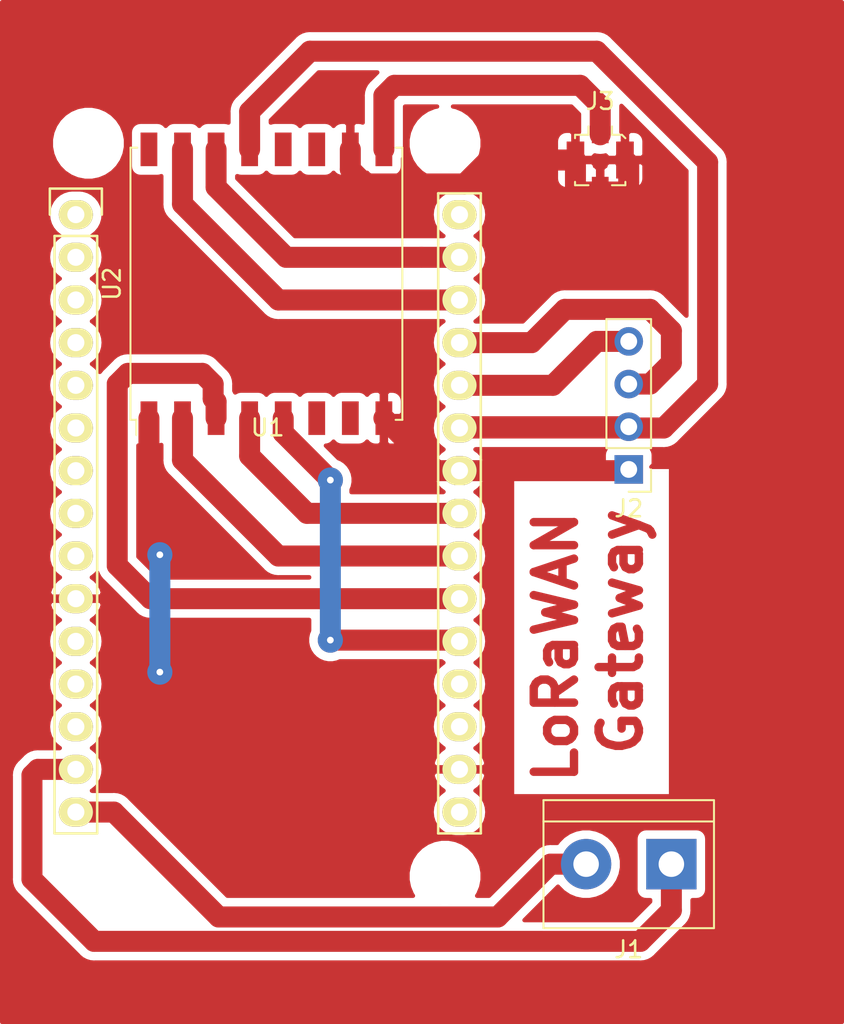
<source format=kicad_pcb>
(kicad_pcb (version 20171130) (host pcbnew "(5.1.2)-1")

  (general
    (thickness 1.6)
    (drawings 7)
    (tracks 85)
    (zones 0)
    (modules 5)
    (nets 33)
  )

  (page A4)
  (layers
    (0 F.Cu signal)
    (31 B.Cu signal)
    (32 B.Adhes user)
    (33 F.Adhes user)
    (34 B.Paste user)
    (35 F.Paste user)
    (36 B.SilkS user)
    (37 F.SilkS user hide)
    (38 B.Mask user)
    (39 F.Mask user)
    (40 Dwgs.User user)
    (41 Cmts.User user)
    (42 Eco1.User user)
    (43 Eco2.User user)
    (44 Edge.Cuts user)
    (45 Margin user)
    (46 B.CrtYd user)
    (47 F.CrtYd user)
    (48 B.Fab user)
    (49 F.Fab user hide)
  )

  (setup
    (last_trace_width 1.25)
    (user_trace_width 1.25)
    (trace_clearance 0.2)
    (zone_clearance 0.508)
    (zone_45_only no)
    (trace_min 0.2)
    (via_size 0.8)
    (via_drill 0.4)
    (via_min_size 0.4)
    (via_min_drill 0.3)
    (user_via 1.5 0.4)
    (uvia_size 0.3)
    (uvia_drill 0.1)
    (uvias_allowed no)
    (uvia_min_size 0.2)
    (uvia_min_drill 0.1)
    (edge_width 0.05)
    (segment_width 0.2)
    (pcb_text_width 0.3)
    (pcb_text_size 1.5 1.5)
    (mod_edge_width 0.12)
    (mod_text_size 1 1)
    (mod_text_width 0.15)
    (pad_size 1.524 1.524)
    (pad_drill 0.762)
    (pad_to_mask_clearance 0.051)
    (solder_mask_min_width 0.25)
    (aux_axis_origin 0 0)
    (visible_elements 7FFFFFFF)
    (pcbplotparams
      (layerselection 0x010fc_ffffffff)
      (usegerberextensions false)
      (usegerberattributes false)
      (usegerberadvancedattributes false)
      (creategerberjobfile false)
      (excludeedgelayer true)
      (linewidth 0.100000)
      (plotframeref false)
      (viasonmask false)
      (mode 1)
      (useauxorigin false)
      (hpglpennumber 1)
      (hpglpenspeed 20)
      (hpglpendiameter 15.000000)
      (psnegative false)
      (psa4output false)
      (plotreference true)
      (plotvalue true)
      (plotinvisibletext false)
      (padsonsilk false)
      (subtractmaskfromsilk false)
      (outputformat 1)
      (mirror false)
      (drillshape 1)
      (scaleselection 1)
      (outputdirectory ""))
  )

  (net 0 "")
  (net 1 /GNDin)
  (net 2 /Vin)
  (net 3 /GND)
  (net 4 /3v3)
  (net 5 /SCL)
  (net 6 /SDA)
  (net 7 /ANT)
  (net 8 "Net-(U1-Pad1)")
  (net 9 "Net-(U1-Pad2)")
  (net 10 "Net-(U1-Pad3)")
  (net 11 "Net-(U1-Pad4)")
  (net 12 "Net-(U1-Pad5)")
  (net 13 "Net-(U1-Pad6)")
  (net 14 "Net-(U1-Pad7)")
  (net 15 "Net-(U1-Pad8)")
  (net 16 "Net-(U1-Pad9)")
  (net 17 "Net-(U1-Pad12)")
  (net 18 "Net-(U1-Pad13)")
  (net 19 "Net-(U1-Pad30)")
  (net 20 "Net-(U1-Pad18)")
  (net 21 "Net-(U1-Pad19)")
  (net 22 /MISO)
  (net 23 /SCK)
  (net 24 /MOSI)
  (net 25 /NSS)
  (net 26 /DIO1)
  (net 27 /DIO0)
  (net 28 "Net-(U2-Pad6)")
  (net 29 "Net-(U2-Pad7)")
  (net 30 "Net-(U2-Pad11)")
  (net 31 "Net-(U2-Pad12)")
  (net 32 "Net-(U2-Pad16)")

  (net_class Default "Esta es la clase de red por defecto."
    (clearance 0.2)
    (trace_width 0.25)
    (via_dia 0.8)
    (via_drill 0.4)
    (uvia_dia 0.3)
    (uvia_drill 0.1)
    (add_net /3v3)
    (add_net /ANT)
    (add_net /DIO0)
    (add_net /DIO1)
    (add_net /GND)
    (add_net /GNDin)
    (add_net /MISO)
    (add_net /MOSI)
    (add_net /NSS)
    (add_net /SCK)
    (add_net /SCL)
    (add_net /SDA)
    (add_net /Vin)
    (add_net "Net-(U1-Pad1)")
    (add_net "Net-(U1-Pad12)")
    (add_net "Net-(U1-Pad13)")
    (add_net "Net-(U1-Pad18)")
    (add_net "Net-(U1-Pad19)")
    (add_net "Net-(U1-Pad2)")
    (add_net "Net-(U1-Pad3)")
    (add_net "Net-(U1-Pad30)")
    (add_net "Net-(U1-Pad4)")
    (add_net "Net-(U1-Pad5)")
    (add_net "Net-(U1-Pad6)")
    (add_net "Net-(U1-Pad7)")
    (add_net "Net-(U1-Pad8)")
    (add_net "Net-(U1-Pad9)")
    (add_net "Net-(U2-Pad11)")
    (add_net "Net-(U2-Pad12)")
    (add_net "Net-(U2-Pad16)")
    (add_net "Net-(U2-Pad6)")
    (add_net "Net-(U2-Pad7)")
  )

  (module TerminalBlock:TerminalBlock_bornier-2_P5.08mm (layer F.Cu) (tedit 59FF03AB) (tstamp 5D5D7302)
    (at 141.605 107.315 180)
    (descr "simple 2-pin terminal block, pitch 5.08mm, revamped version of bornier2")
    (tags "terminal block bornier2")
    (path /5D5D8A0D)
    (fp_text reference J1 (at 2.54 -5.08) (layer F.SilkS)
      (effects (font (size 1 1) (thickness 0.15)))
    )
    (fp_text value "5V in" (at 2.54 5.08) (layer F.CrtYd)
      (effects (font (size 1 1) (thickness 0.2)))
    )
    (fp_text user %R (at 2.54 0) (layer F.Fab)
      (effects (font (size 1 1) (thickness 0.15)))
    )
    (fp_line (start -2.41 2.55) (end 7.49 2.55) (layer F.Fab) (width 0.1))
    (fp_line (start -2.46 -3.75) (end -2.46 3.75) (layer F.Fab) (width 0.1))
    (fp_line (start -2.46 3.75) (end 7.54 3.75) (layer F.Fab) (width 0.1))
    (fp_line (start 7.54 3.75) (end 7.54 -3.75) (layer F.Fab) (width 0.1))
    (fp_line (start 7.54 -3.75) (end -2.46 -3.75) (layer F.Fab) (width 0.1))
    (fp_line (start 7.62 2.54) (end -2.54 2.54) (layer F.SilkS) (width 0.12))
    (fp_line (start 7.62 3.81) (end 7.62 -3.81) (layer F.SilkS) (width 0.12))
    (fp_line (start 7.62 -3.81) (end -2.54 -3.81) (layer F.SilkS) (width 0.12))
    (fp_line (start -2.54 -3.81) (end -2.54 3.81) (layer F.SilkS) (width 0.12))
    (fp_line (start -2.54 3.81) (end 7.62 3.81) (layer F.SilkS) (width 0.12))
    (fp_line (start -2.71 -4) (end 7.79 -4) (layer F.CrtYd) (width 0.05))
    (fp_line (start -2.71 -4) (end -2.71 4) (layer F.CrtYd) (width 0.05))
    (fp_line (start 7.79 4) (end 7.79 -4) (layer F.CrtYd) (width 0.05))
    (fp_line (start 7.79 4) (end -2.71 4) (layer F.CrtYd) (width 0.05))
    (pad 1 thru_hole rect (at 0 0 180) (size 3 3) (drill 1.52) (layers *.Cu *.Mask)
      (net 1 /GNDin))
    (pad 2 thru_hole circle (at 5.08 0 180) (size 3 3) (drill 1.52) (layers *.Cu *.Mask)
      (net 2 /Vin))
    (model ${KISYS3DMOD}/TerminalBlock.3dshapes/TerminalBlock_bornier-2_P5.08mm.wrl
      (offset (xyz 2.539999961853027 0 0))
      (scale (xyz 1 1 1))
      (rotate (xyz 0 0 0))
    )
  )

  (module Connector_PinHeader_2.54mm:PinHeader_1x04_P2.54mm_Vertical (layer F.Cu) (tedit 59FED5CC) (tstamp 5D5D7A4C)
    (at 139.065 83.82 180)
    (descr "Through hole straight pin header, 1x04, 2.54mm pitch, single row")
    (tags "Through hole pin header THT 1x04 2.54mm single row")
    (path /5D5DA14F)
    (fp_text reference J2 (at 0 -2.33) (layer F.SilkS)
      (effects (font (size 1 1) (thickness 0.15)))
    )
    (fp_text value "Display Oled I2C" (at -3.81 3.81 90) (layer F.CrtYd)
      (effects (font (size 1 1) (thickness 0.15)))
    )
    (fp_line (start -0.635 -1.27) (end 1.27 -1.27) (layer F.Fab) (width 0.1))
    (fp_line (start 1.27 -1.27) (end 1.27 8.89) (layer F.Fab) (width 0.1))
    (fp_line (start 1.27 8.89) (end -1.27 8.89) (layer F.Fab) (width 0.1))
    (fp_line (start -1.27 8.89) (end -1.27 -0.635) (layer F.Fab) (width 0.1))
    (fp_line (start -1.27 -0.635) (end -0.635 -1.27) (layer F.Fab) (width 0.1))
    (fp_line (start -1.33 8.95) (end 1.33 8.95) (layer F.SilkS) (width 0.12))
    (fp_line (start -1.33 1.27) (end -1.33 8.95) (layer F.SilkS) (width 0.12))
    (fp_line (start 1.33 1.27) (end 1.33 8.95) (layer F.SilkS) (width 0.12))
    (fp_line (start -1.33 1.27) (end 1.33 1.27) (layer F.SilkS) (width 0.12))
    (fp_line (start -1.33 0) (end -1.33 -1.33) (layer F.SilkS) (width 0.12))
    (fp_line (start -1.33 -1.33) (end 0 -1.33) (layer F.SilkS) (width 0.12))
    (fp_line (start -1.8 -1.8) (end -1.8 9.4) (layer F.CrtYd) (width 0.05))
    (fp_line (start -1.8 9.4) (end 1.8 9.4) (layer F.CrtYd) (width 0.05))
    (fp_line (start 1.8 9.4) (end 1.8 -1.8) (layer F.CrtYd) (width 0.05))
    (fp_line (start 1.8 -1.8) (end -1.8 -1.8) (layer F.CrtYd) (width 0.05))
    (fp_text user %R (at 0 3.81 90) (layer F.Fab)
      (effects (font (size 1 1) (thickness 0.15)))
    )
    (pad 1 thru_hole rect (at 0 0 180) (size 1.7 1.7) (drill 1) (layers *.Cu *.Mask)
      (net 3 /GND))
    (pad 2 thru_hole oval (at 0 2.54 180) (size 1.7 1.7) (drill 1) (layers *.Cu *.Mask)
      (net 4 /3v3))
    (pad 3 thru_hole oval (at 0 5.08 180) (size 1.7 1.7) (drill 1) (layers *.Cu *.Mask)
      (net 5 /SCL))
    (pad 4 thru_hole oval (at 0 7.62 180) (size 1.7 1.7) (drill 1) (layers *.Cu *.Mask)
      (net 6 /SDA))
    (model ${KISYS3DMOD}/Connector_PinHeader_2.54mm.3dshapes/PinHeader_1x04_P2.54mm_Vertical.wrl
      (at (xyz 0 0 0))
      (scale (xyz 1 1 1))
      (rotate (xyz 0 0 0))
    )
  )

  (module Connector_Coaxial2:U.FL_Molex_MCRF_73412-0110_Vertical (layer F.Cu) (tedit 5A1B5B59) (tstamp 5D5D79AC)
    (at 137.365 65.405 180)
    (descr "Molex Microcoaxial RF Connectors (MCRF), mates Hirose U.FL, (http://www.molex.com/pdm_docs/sd/734120110_sd.pdf)")
    (tags "mcrf hirose ufl u.fl microcoaxial")
    (path /5D5D76D7)
    (attr smd)
    (fp_text reference J3 (at 0 3.5) (layer F.SilkS)
      (effects (font (size 1 1) (thickness 0.15)))
    )
    (fp_text value Antena (at 0 -3.302) (layer F.CrtYd)
      (effects (font (size 1 1) (thickness 0.15)))
    )
    (fp_line (start 0 1) (end 0.3 1.3) (layer F.Fab) (width 0.1))
    (fp_line (start -0.3 1.3) (end 0 1) (layer F.Fab) (width 0.1))
    (fp_line (start 0.7 1.5) (end 0.7 2) (layer F.SilkS) (width 0.12))
    (fp_line (start -0.7 1.5) (end -0.7 2) (layer F.SilkS) (width 0.12))
    (fp_text user %R (at 0 3.5) (layer F.Fab)
      (effects (font (size 1 1) (thickness 0.15)))
    )
    (fp_circle (center 0 0) (end 0 0.05) (layer F.Fab) (width 0.1))
    (fp_circle (center 0 0) (end 0 0.125) (layer F.Fab) (width 0.1))
    (fp_line (start -0.7 1.5) (end -1.3 1.5) (layer F.SilkS) (width 0.12))
    (fp_line (start -1.3 1.5) (end -1.5 1.3) (layer F.SilkS) (width 0.12))
    (fp_line (start 1.5 1.3) (end 1.5 1.5) (layer F.SilkS) (width 0.12))
    (fp_line (start 1.5 1.5) (end 0.7 1.5) (layer F.SilkS) (width 0.12))
    (fp_line (start 0.7 -1.5) (end 1.5 -1.5) (layer F.SilkS) (width 0.12))
    (fp_line (start 1.5 -1.5) (end 1.5 -1.3) (layer F.SilkS) (width 0.12))
    (fp_line (start -1.5 -1.3) (end -1.5 -1.5) (layer F.SilkS) (width 0.12))
    (fp_line (start -1.5 -1.5) (end -0.7 -1.5) (layer F.SilkS) (width 0.12))
    (fp_circle (center 0 0) (end 0.9 0) (layer F.Fab) (width 0.1))
    (fp_line (start -1.3 -1.3) (end 1.3 -1.3) (layer F.Fab) (width 0.1))
    (fp_line (start -1.3 -1.3) (end -1.3 1) (layer F.Fab) (width 0.1))
    (fp_line (start -1.3 1) (end -1 1.3) (layer F.Fab) (width 0.1))
    (fp_line (start 1.3 -1.3) (end 1.3 1.3) (layer F.Fab) (width 0.1))
    (fp_line (start -2.5 -2.5) (end -2.5 2.5) (layer F.CrtYd) (width 0.05))
    (fp_line (start -2.5 2.5) (end 2.5 2.5) (layer F.CrtYd) (width 0.05))
    (fp_line (start 2.5 2.5) (end 2.5 -2.5) (layer F.CrtYd) (width 0.05))
    (fp_line (start 2.5 -2.5) (end -2.5 -2.5) (layer F.CrtYd) (width 0.05))
    (fp_line (start -1 1.3) (end 1.3 1.3) (layer F.Fab) (width 0.1))
    (fp_circle (center 0 0) (end 0 0.2) (layer F.Fab) (width 0.1))
    (pad 2 smd rect (at -1.475 0 180) (size 1.05 2.2) (layers F.Cu F.Paste F.Mask)
      (net 3 /GND))
    (pad 2 smd rect (at 1.475 0 180) (size 1.05 2.2) (layers F.Cu F.Paste F.Mask)
      (net 3 /GND))
    (pad 2 smd rect (at 0 -1.5 180) (size 1 1) (layers F.Cu F.Paste F.Mask)
      (net 3 /GND))
    (pad 1 smd rect (at 0 1.5 180) (size 1 1) (layers F.Cu F.Paste F.Mask)
      (net 7 /ANT))
    (model ${KISYS3DMOD}/Connector_Coaxial.3dshapes/U.FL_Molex_MCRF_73412-0110_Vertical.wrl
      (at (xyz 0 0 0))
      (scale (xyz 1 1 1))
      (rotate (xyz 0 0 0))
    )
  )

  (module nodemcu:NodeMCU_Amica_R2 (layer F.Cu) (tedit 5A22F9CB) (tstamp 5D5D7374)
    (at 106.120001 68.655001)
    (descr "Through-hole-mounted NodeMCU 0.9")
    (tags nodemcu)
    (path /5D5D650E)
    (fp_text reference U1 (at 11.43 12.68) (layer F.SilkS)
      (effects (font (size 1 1) (thickness 0.15)))
    )
    (fp_text value "NodeMCU Amica R2" (at 11.43 45.085) (layer F.CrtYd)
      (effects (font (size 1.5 1.5) (thickness 0.2)))
    )
    (fp_line (start 15.24 37.465) (end 15.24 42.545) (layer F.CrtYd) (width 0.15))
    (fp_line (start 7.62 37.465) (end 15.24 37.465) (layer F.CrtYd) (width 0.15))
    (fp_line (start 7.62 42.545) (end 7.62 37.465) (layer F.CrtYd) (width 0.15))
    (fp_line (start -1.905 42.545) (end -1.905 -6.35) (layer F.CrtYd) (width 0.15))
    (fp_line (start 24.765 42.545) (end -1.905 42.545) (layer F.CrtYd) (width 0.15))
    (fp_line (start 24.765 -6.35) (end 24.765 42.545) (layer F.CrtYd) (width 0.15))
    (fp_line (start -1.905 -6.35) (end 24.765 -6.35) (layer F.CrtYd) (width 0.15))
    (fp_line (start -1.27 1.27) (end -1.27 36.83) (layer F.SilkS) (width 0.15))
    (fp_line (start -1.27 36.83) (end 1.27 36.83) (layer F.SilkS) (width 0.15))
    (fp_line (start 1.27 36.83) (end 1.27 1.27) (layer F.SilkS) (width 0.15))
    (fp_line (start 1.55 -1.55) (end 1.55 0) (layer F.SilkS) (width 0.15))
    (fp_line (start 1.27 1.27) (end -1.27 1.27) (layer F.SilkS) (width 0.15))
    (fp_line (start -1.55 0) (end -1.55 -1.55) (layer F.SilkS) (width 0.15))
    (fp_line (start -1.55 -1.55) (end 1.55 -1.55) (layer F.SilkS) (width 0.15))
    (fp_line (start 21.59 36.83) (end 24.13 36.83) (layer F.SilkS) (width 0.15))
    (fp_line (start 21.59 -1.27) (end 21.59 36.83) (layer F.SilkS) (width 0.15))
    (fp_line (start 24.13 -1.27) (end 21.59 -1.27) (layer F.SilkS) (width 0.15))
    (fp_line (start 24.13 36.83) (end 24.13 -1.27) (layer F.SilkS) (width 0.15))
    (pad 1 thru_hole oval (at 0 0) (size 2.032 1.7272) (drill 1.016) (layers *.Cu *.Mask F.SilkS)
      (net 8 "Net-(U1-Pad1)"))
    (pad 2 thru_hole oval (at 0 2.54) (size 2.032 1.7272) (drill 1.016) (layers *.Cu *.Mask F.SilkS)
      (net 9 "Net-(U1-Pad2)"))
    (pad 3 thru_hole oval (at 0 5.08) (size 2.032 1.7272) (drill 1.016) (layers *.Cu *.Mask F.SilkS)
      (net 10 "Net-(U1-Pad3)"))
    (pad 4 thru_hole oval (at 0 7.62) (size 2.032 1.7272) (drill 1.016) (layers *.Cu *.Mask F.SilkS)
      (net 11 "Net-(U1-Pad4)"))
    (pad 5 thru_hole oval (at 0 10.16) (size 2.032 1.7272) (drill 1.016) (layers *.Cu *.Mask F.SilkS)
      (net 12 "Net-(U1-Pad5)"))
    (pad 6 thru_hole oval (at 0 12.7) (size 2.032 1.7272) (drill 1.016) (layers *.Cu *.Mask F.SilkS)
      (net 13 "Net-(U1-Pad6)"))
    (pad 7 thru_hole oval (at 0 15.24) (size 2.032 1.7272) (drill 1.016) (layers *.Cu *.Mask F.SilkS)
      (net 14 "Net-(U1-Pad7)"))
    (pad 8 thru_hole oval (at 0 17.78) (size 2.032 1.7272) (drill 1.016) (layers *.Cu *.Mask F.SilkS)
      (net 15 "Net-(U1-Pad8)"))
    (pad 9 thru_hole oval (at 0 20.32) (size 2.032 1.7272) (drill 1.016) (layers *.Cu *.Mask F.SilkS)
      (net 16 "Net-(U1-Pad9)"))
    (pad 10 thru_hole oval (at 0 22.86) (size 2.032 1.7272) (drill 1.016) (layers *.Cu *.Mask F.SilkS)
      (net 3 /GND))
    (pad 11 thru_hole oval (at 0 25.4) (size 2.032 1.7272) (drill 1.016) (layers *.Cu *.Mask F.SilkS)
      (net 4 /3v3))
    (pad 12 thru_hole oval (at 0 27.94) (size 2.032 1.7272) (drill 1.016) (layers *.Cu *.Mask F.SilkS)
      (net 17 "Net-(U1-Pad12)"))
    (pad 13 thru_hole oval (at 0 30.48) (size 2.032 1.7272) (drill 1.016) (layers *.Cu *.Mask F.SilkS)
      (net 18 "Net-(U1-Pad13)"))
    (pad 14 thru_hole oval (at 0 33.02) (size 2.032 1.7272) (drill 1.016) (layers *.Cu *.Mask F.SilkS)
      (net 1 /GNDin))
    (pad 15 thru_hole oval (at 0 35.56) (size 2.032 1.7272) (drill 1.016) (layers *.Cu *.Mask F.SilkS)
      (net 2 /Vin))
    (pad 30 thru_hole oval (at 22.86 0) (size 2.032 1.7272) (drill 1.016) (layers *.Cu *.Mask F.SilkS)
      (net 19 "Net-(U1-Pad30)"))
    (pad 18 thru_hole oval (at 22.86 30.48) (size 2.032 1.7272) (drill 1.016) (layers *.Cu *.Mask F.SilkS)
      (net 20 "Net-(U1-Pad18)"))
    (pad 17 thru_hole oval (at 22.86 33.02) (size 2.032 1.7272) (drill 1.016) (layers *.Cu *.Mask F.SilkS)
      (net 3 /GND))
    (pad 19 thru_hole oval (at 22.86 27.94) (size 2.032 1.7272) (drill 1.016) (layers *.Cu *.Mask F.SilkS)
      (net 21 "Net-(U1-Pad19)"))
    (pad 25 thru_hole oval (at 22.86 12.7) (size 2.032 1.7272) (drill 1.016) (layers *.Cu *.Mask F.SilkS)
      (net 4 /3v3))
    (pad 26 thru_hole oval (at 22.86 10.16) (size 2.032 1.7272) (drill 1.016) (layers *.Cu *.Mask F.SilkS)
      (net 6 /SDA))
    (pad 24 thru_hole oval (at 22.86 15.24) (size 2.032 1.7272) (drill 1.016) (layers *.Cu *.Mask F.SilkS)
      (net 3 /GND))
    (pad 16 thru_hole oval (at 22.86 35.56) (size 2.032 1.7272) (drill 1.016) (layers *.Cu *.Mask F.SilkS)
      (net 4 /3v3))
    (pad 22 thru_hole oval (at 22.86 20.32) (size 2.032 1.7272) (drill 1.016) (layers *.Cu *.Mask F.SilkS)
      (net 22 /MISO))
    (pad 23 thru_hole oval (at 22.86 17.78) (size 2.032 1.7272) (drill 1.016) (layers *.Cu *.Mask F.SilkS)
      (net 23 /SCK))
    (pad 21 thru_hole oval (at 22.86 22.86) (size 2.032 1.7272) (drill 1.016) (layers *.Cu *.Mask F.SilkS)
      (net 24 /MOSI))
    (pad 20 thru_hole oval (at 22.86 25.4) (size 2.032 1.7272) (drill 1.016) (layers *.Cu *.Mask F.SilkS)
      (net 25 /NSS))
    (pad 28 thru_hole oval (at 22.86 5.08) (size 2.032 1.7272) (drill 1.016) (layers *.Cu *.Mask F.SilkS)
      (net 26 /DIO1))
    (pad 27 thru_hole oval (at 22.86 7.62) (size 2.032 1.7272) (drill 1.016) (layers *.Cu *.Mask F.SilkS)
      (net 5 /SCL))
    (pad 29 thru_hole oval (at 22.86 2.54) (size 2.032 1.7272) (drill 1.016) (layers *.Cu *.Mask F.SilkS)
      (net 27 /DIO0))
    (pad "" np_thru_hole circle (at 0.8 39.38) (size 3.2 3.2) (drill 3.2) (layers *.Cu *.Mask))
    (pad "" np_thru_hole circle (at 22 39.38) (size 3.2 3.2) (drill 3.2) (layers *.Cu *.Mask))
    (pad "" np_thru_hole circle (at 22 -4.25) (size 3.2 3.2) (drill 3.2) (layers *.Cu *.Mask))
    (pad "" np_thru_hole circle (at 0.75 -4.25) (size 3.2 3.2) (drill 3.2) (layers *.Cu *.Mask))
  )

  (module RF_Module:HOPERF_RFM9XW_SMD (layer F.Cu) (tedit 5C227243) (tstamp 5D5D769B)
    (at 117.475 72.77 90)
    (descr "Low Power Long Range Transceiver Module SMD-16 (https://www.hoperf.com/data/upload/portal/20181127/5bfcbea20e9ef.pdf)")
    (tags "LoRa Low Power Long Range Transceiver Module")
    (path /5D5D68EA)
    (attr smd)
    (fp_text reference U2 (at 0 -9.2 90) (layer F.SilkS)
      (effects (font (size 1 1) (thickness 0.15)))
    )
    (fp_text value RFM95W (at -0.382 0.381) (layer F.CrtYd)
      (effects (font (size 1 1) (thickness 0.15)))
    )
    (fp_line (start -7 -8) (end 8 -8) (layer F.Fab) (width 0.1))
    (fp_line (start 8 8) (end 8 -8) (layer F.Fab) (width 0.1))
    (fp_line (start -8 8) (end 8 8) (layer F.Fab) (width 0.1))
    (fp_line (start -8 8) (end -8 -7) (layer F.Fab) (width 0.1))
    (fp_text user %R (at 0 0 90) (layer F.Fab)
      (effects (font (size 1 1) (thickness 0.15)))
    )
    (fp_line (start -9.25 -8.25) (end 9.25 -8.25) (layer F.CrtYd) (width 0.05))
    (fp_line (start 9.25 -8.25) (end 9.25 8.25) (layer F.CrtYd) (width 0.05))
    (fp_line (start -9.25 8.25) (end 9.25 8.25) (layer F.CrtYd) (width 0.05))
    (fp_line (start -9.25 8.25) (end -9.25 -8.25) (layer F.CrtYd) (width 0.05))
    (fp_line (start -8.1 -8.1) (end 8.1 -8.1) (layer F.SilkS) (width 0.12))
    (fp_line (start 8.1 -8.1) (end 8.1 -7.7) (layer F.SilkS) (width 0.12))
    (fp_line (start -8.1 7.7) (end -8.1 8.1) (layer F.SilkS) (width 0.12))
    (fp_line (start -8.1 8.1) (end 8.1 8.1) (layer F.SilkS) (width 0.12))
    (fp_line (start 8.1 8.1) (end 8.1 7.7) (layer F.SilkS) (width 0.12))
    (fp_line (start -8.1 -8.1) (end -8.1 -7.75) (layer F.SilkS) (width 0.12))
    (fp_line (start -8.1 -7.75) (end -9 -7.75) (layer F.SilkS) (width 0.12))
    (fp_line (start -7 -8) (end -8 -7) (layer F.Fab) (width 0.1))
    (pad 1 smd rect (at -8 -7 90) (size 2 1) (layers F.Cu F.Paste F.Mask)
      (net 3 /GND))
    (pad 2 smd rect (at -8 -5 90) (size 2 1) (layers F.Cu F.Paste F.Mask)
      (net 22 /MISO))
    (pad 3 smd rect (at -8 -3 90) (size 2 1) (layers F.Cu F.Paste F.Mask)
      (net 24 /MOSI))
    (pad 4 smd rect (at -8 -1 90) (size 2 1) (layers F.Cu F.Paste F.Mask)
      (net 23 /SCK))
    (pad 5 smd rect (at -8 1 90) (size 2 1) (layers F.Cu F.Paste F.Mask)
      (net 25 /NSS))
    (pad 6 smd rect (at -8 3 90) (size 2 1) (layers F.Cu F.Paste F.Mask)
      (net 28 "Net-(U2-Pad6)"))
    (pad 7 smd rect (at -8 5 90) (size 2 1) (layers F.Cu F.Paste F.Mask)
      (net 29 "Net-(U2-Pad7)"))
    (pad 8 smd rect (at -8 7 90) (size 2 1) (layers F.Cu F.Paste F.Mask)
      (net 3 /GND))
    (pad 9 smd rect (at 8 7 90) (size 2 1) (layers F.Cu F.Paste F.Mask)
      (net 7 /ANT))
    (pad 10 smd rect (at 8 5 90) (size 2 1) (layers F.Cu F.Paste F.Mask)
      (net 3 /GND))
    (pad 11 smd rect (at 8 3 90) (size 2 1) (layers F.Cu F.Paste F.Mask)
      (net 30 "Net-(U2-Pad11)"))
    (pad 12 smd rect (at 8 1 90) (size 2 1) (layers F.Cu F.Paste F.Mask)
      (net 31 "Net-(U2-Pad12)"))
    (pad 13 smd rect (at 8 -1 90) (size 2 1) (layers F.Cu F.Paste F.Mask)
      (net 4 /3v3))
    (pad 14 smd rect (at 8 -3 90) (size 2 1) (layers F.Cu F.Paste F.Mask)
      (net 27 /DIO0))
    (pad 15 smd rect (at 8 -5 90) (size 2 1) (layers F.Cu F.Paste F.Mask)
      (net 26 /DIO1))
    (pad 16 smd rect (at 8 -7 90) (size 2 1) (layers F.Cu F.Paste F.Mask)
      (net 32 "Net-(U2-Pad16)"))
    (model ${KISYS3DMOD}/RF_Module.3dshapes/HOPERF_RFM9XW_SMD.wrl
      (at (xyz 0 0 0))
      (scale (xyz 1 1 1))
      (rotate (xyz 0 0 0))
    )
  )

  (gr_text "LoRaWAN \nGateway" (at 136.652 93.472 90) (layer F.Cu)
    (effects (font (size 2.4 2.4) (thickness 0.5)))
  )
  (gr_text Vin (at 136.652 112.268) (layer F.CrtYd) (tstamp 5D5EAA64)
    (effects (font (size 1 1) (thickness 0.15)))
  )
  (gr_text GND (at 141.732 112.268) (layer F.CrtYd) (tstamp 5D5EAA1E)
    (effects (font (size 1 1) (thickness 0.15)))
  )
  (gr_text SDA (at 136.144 76.2 90) (layer F.CrtYd) (tstamp 5D5EA6E0)
    (effects (font (size 0.6 0.6) (thickness 0.15)))
  )
  (gr_text SCL (at 136.144 78.74 90) (layer F.CrtYd) (tstamp 5D5EA6FF)
    (effects (font (size 0.6 0.6) (thickness 0.15)))
  )
  (gr_text VCC (at 136.144 81.28 90) (layer F.CrtYd) (tstamp 5D5EA6DC)
    (effects (font (size 0.6 0.6) (thickness 0.15)))
  )
  (gr_text GND (at 136.144 83.82 90) (layer F.CrtYd) (tstamp 5D5EA6F6)
    (effects (font (size 0.6 0.6) (thickness 0.15)))
  )

  (segment (start 103.854001 101.675001) (end 106.120001 101.675001) (width 1.25) (layer F.Cu) (net 1))
  (segment (start 141.605 107.315) (end 141.605 110.065) (width 1.25) (layer F.Cu) (net 1))
  (segment (start 141.605 110.065) (end 139.759988 111.910012) (width 1.25) (layer F.Cu) (net 1))
  (segment (start 139.759988 111.910012) (end 107.20601 111.910012) (width 1.25) (layer F.Cu) (net 1))
  (segment (start 107.20601 111.910012) (end 103.505 108.209002) (width 1.25) (layer F.Cu) (net 1))
  (segment (start 103.505 108.209002) (end 103.505 102.024002) (width 1.25) (layer F.Cu) (net 1))
  (segment (start 103.505 102.024002) (end 103.854001 101.675001) (width 1.25) (layer F.Cu) (net 1))
  (segment (start 108.386001 104.215001) (end 106.120001 104.215001) (width 1.25) (layer F.Cu) (net 2))
  (segment (start 114.631002 110.460002) (end 108.386001 104.215001) (width 1.25) (layer F.Cu) (net 2))
  (segment (start 131.258678 110.460002) (end 114.631002 110.460002) (width 1.25) (layer F.Cu) (net 2))
  (segment (start 134.40368 107.315) (end 131.258678 110.460002) (width 1.25) (layer F.Cu) (net 2))
  (segment (start 136.525 107.315) (end 134.40368 107.315) (width 1.25) (layer F.Cu) (net 2))
  (segment (start 127.600001 83.895001) (end 124.475 80.77) (width 1.25) (layer F.Cu) (net 3))
  (segment (start 128.980001 83.895001) (end 127.600001 83.895001) (width 1.25) (layer F.Cu) (net 3))
  (segment (start 129.055002 83.82) (end 128.980001 83.895001) (width 1.25) (layer F.Cu) (net 3))
  (segment (start 110.475 80.77) (end 110.475 87.615) (width 1.25) (layer F.Cu) (net 3))
  (via (at 111.125 88.9) (size 1.5) (drill 0.4) (layers F.Cu B.Cu) (net 3))
  (segment (start 110.475 87.615) (end 110.475 88.25) (width 1.25) (layer F.Cu) (net 3))
  (segment (start 110.475 88.25) (end 111.125 88.9) (width 1.25) (layer F.Cu) (net 3))
  (via (at 111.125 95.885) (size 1.5) (drill 0.4) (layers F.Cu B.Cu) (net 3))
  (segment (start 138.989999 83.895001) (end 139.065 83.82) (width 1.25) (layer F.Cu) (net 3))
  (segment (start 128.980001 83.895001) (end 138.989999 83.895001) (width 1.25) (layer F.Cu) (net 3))
  (segment (start 122.475 65.96) (end 122.475 64.77) (width 1.25) (layer F.Cu) (net 3))
  (segment (start 123.345002 66.830002) (end 122.475 65.96) (width 1.25) (layer F.Cu) (net 3))
  (segment (start 129.284002 66.830002) (end 123.345002 66.830002) (width 1.25) (layer F.Cu) (net 3))
  (segment (start 135.89 65.405) (end 130.709004 65.405) (width 1.25) (layer F.Cu) (net 3))
  (segment (start 130.709004 65.405) (end 129.284002 66.830002) (width 1.25) (layer F.Cu) (net 3))
  (segment (start 135.89 65.405) (end 135.89 67.31) (width 1.25) (layer F.Cu) (net 3))
  (segment (start 135.89 67.31) (end 139.065 67.31) (width 1.25) (layer F.Cu) (net 3))
  (segment (start 139.065 65.63) (end 138.84 65.405) (width 1.25) (layer F.Cu) (net 3))
  (segment (start 139.065 67.31) (end 139.065 65.63) (width 1.25) (layer F.Cu) (net 3))
  (segment (start 111.125 88.9) (end 111.125 95.885) (width 1.25) (layer B.Cu) (net 3))
  (segment (start 129.055002 81.28) (end 128.980001 81.355001) (width 1.25) (layer F.Cu) (net 4))
  (segment (start 139.065 81.28) (end 129.055002 81.28) (width 1.25) (layer F.Cu) (net 4))
  (segment (start 116.475 62.52) (end 116.475 64.77) (width 1.25) (layer F.Cu) (net 4))
  (segment (start 128.980001 81.355001) (end 141.148999 81.355001) (width 1.25) (layer F.Cu) (net 4))
  (segment (start 141.148999 81.355001) (end 143.764 78.74) (width 1.25) (layer F.Cu) (net 4))
  (segment (start 143.764 78.74) (end 143.764 65.532) (width 1.25) (layer F.Cu) (net 4))
  (segment (start 143.764 65.532) (end 137.16 58.928) (width 1.25) (layer F.Cu) (net 4))
  (segment (start 137.16 58.928) (end 120.067 58.928) (width 1.25) (layer F.Cu) (net 4))
  (segment (start 120.067 58.928) (end 116.475 62.52) (width 1.25) (layer F.Cu) (net 4))
  (segment (start 139.065 78.74) (end 140.335 78.74) (width 1.25) (layer F.Cu) (net 5))
  (segment (start 140.335 78.74) (end 141.605 77.47) (width 1.25) (layer F.Cu) (net 5))
  (segment (start 141.605 77.47) (end 141.605 75.565) (width 1.25) (layer F.Cu) (net 5))
  (segment (start 141.605 75.565) (end 140.335 74.295) (width 1.25) (layer F.Cu) (net 5))
  (segment (start 140.335 74.295) (end 135.255 74.295) (width 1.25) (layer F.Cu) (net 5))
  (segment (start 133.274999 76.275001) (end 128.980001 76.275001) (width 1.25) (layer F.Cu) (net 5))
  (segment (start 135.255 74.295) (end 133.274999 76.275001) (width 1.25) (layer F.Cu) (net 5))
  (segment (start 139.065 76.2) (end 137.16 76.2) (width 1.25) (layer F.Cu) (net 6))
  (segment (start 134.544999 78.815001) (end 128.980001 78.815001) (width 1.25) (layer F.Cu) (net 6))
  (segment (start 137.16 76.2) (end 134.544999 78.815001) (width 1.25) (layer F.Cu) (net 6))
  (segment (start 137.365 62.155) (end 136.17 60.96) (width 1.25) (layer F.Cu) (net 7))
  (segment (start 137.365 63.905) (end 137.365 62.155) (width 1.25) (layer F.Cu) (net 7))
  (segment (start 136.17 60.96) (end 125.095 60.96) (width 1.25) (layer F.Cu) (net 7))
  (segment (start 124.475 61.58) (end 124.475 64.77) (width 1.25) (layer F.Cu) (net 7))
  (segment (start 125.095 60.96) (end 124.475 61.58) (width 1.25) (layer F.Cu) (net 7))
  (segment (start 128.980001 88.975001) (end 118.185001 88.975001) (width 1.25) (layer F.Cu) (net 22))
  (segment (start 112.475 83.265) (end 112.475 80.77) (width 1.25) (layer F.Cu) (net 22))
  (segment (start 118.185001 88.975001) (end 112.475 83.265) (width 1.25) (layer F.Cu) (net 22))
  (segment (start 116.475 83.02) (end 116.475 80.77) (width 1.25) (layer F.Cu) (net 23))
  (segment (start 119.890001 86.435001) (end 116.475 83.02) (width 1.25) (layer F.Cu) (net 23))
  (segment (start 128.980001 86.435001) (end 119.890001 86.435001) (width 1.25) (layer F.Cu) (net 23))
  (segment (start 110.565001 91.515001) (end 128.980001 91.515001) (width 1.25) (layer F.Cu) (net 24))
  (segment (start 108.585 89.535) (end 110.565001 91.515001) (width 1.25) (layer F.Cu) (net 24))
  (segment (start 108.585 78.74) (end 108.585 89.535) (width 1.25) (layer F.Cu) (net 24))
  (segment (start 114.3 79.609998) (end 114.3 78.74) (width 1.25) (layer F.Cu) (net 24))
  (segment (start 114.3 78.74) (end 113.665 78.105) (width 1.25) (layer F.Cu) (net 24))
  (segment (start 114.475 80.77) (end 114.475 79.784998) (width 1.25) (layer F.Cu) (net 24))
  (segment (start 113.665 78.105) (end 109.22 78.105) (width 1.25) (layer F.Cu) (net 24))
  (segment (start 114.475 79.784998) (end 114.3 79.609998) (width 1.25) (layer F.Cu) (net 24))
  (segment (start 109.22 78.105) (end 108.585 78.74) (width 1.25) (layer F.Cu) (net 24))
  (via (at 121.285 84.455) (size 1.5) (drill 0.4) (layers F.Cu B.Cu) (net 25))
  (segment (start 118.475 80.77) (end 118.475 81.645) (width 1.25) (layer F.Cu) (net 25))
  (segment (start 118.475 81.645) (end 121.285 84.455) (width 1.25) (layer F.Cu) (net 25))
  (via (at 121.285 93.98) (size 1.5) (drill 0.4) (layers F.Cu B.Cu) (net 25))
  (segment (start 128.905 93.98) (end 128.980001 94.055001) (width 1.25) (layer F.Cu) (net 25))
  (segment (start 121.285 93.98) (end 128.905 93.98) (width 1.25) (layer F.Cu) (net 25))
  (segment (start 121.285 84.455) (end 121.285 93.98) (width 1.25) (layer B.Cu) (net 25))
  (segment (start 128.980001 73.735001) (end 118.185001 73.735001) (width 1.25) (layer F.Cu) (net 26))
  (segment (start 112.475 68.025) (end 112.475 64.77) (width 1.25) (layer F.Cu) (net 26))
  (segment (start 118.185001 73.735001) (end 112.475 68.025) (width 1.25) (layer F.Cu) (net 26))
  (segment (start 126.714001 71.195001) (end 128.980001 71.195001) (width 1.25) (layer F.Cu) (net 27))
  (segment (start 118.650001 71.195001) (end 126.714001 71.195001) (width 1.25) (layer F.Cu) (net 27))
  (segment (start 114.475 67.02) (end 118.650001 71.195001) (width 1.25) (layer F.Cu) (net 27))
  (segment (start 114.475 64.77) (end 114.475 67.02) (width 1.25) (layer F.Cu) (net 27))

  (zone (net 3) (net_name /GND) (layer F.Cu) (tstamp 0) (hatch edge 0.508)
    (connect_pads (clearance 0.508))
    (min_thickness 0.254)
    (fill yes (arc_segments 32) (thermal_gap 0.508) (thermal_bridge_width 0.508))
    (polygon
      (pts
        (xy 101.6 55.88) (xy 151.892 55.88) (xy 151.892 116.84) (xy 101.6 116.84)
      )
    )
    (filled_polygon
      (pts
        (xy 151.765 116.713) (xy 101.727 116.713) (xy 101.727 102.024002) (xy 102.238905 102.024002) (xy 102.245001 102.085895)
        (xy 102.245 108.147119) (xy 102.238905 108.209002) (xy 102.245 108.270885) (xy 102.245 108.270894) (xy 102.263232 108.456004)
        (xy 102.299329 108.575) (xy 102.33528 108.693515) (xy 102.45228 108.912407) (xy 102.502306 108.973363) (xy 102.609735 109.104267)
        (xy 102.657816 109.143726) (xy 106.271291 112.757202) (xy 106.310745 112.805277) (xy 106.35882 112.844731) (xy 106.502605 112.962732)
        (xy 106.721496 113.079732) (xy 106.959007 113.15178) (xy 107.20601 113.176108) (xy 107.267903 113.170012) (xy 139.698105 113.170012)
        (xy 139.759988 113.176107) (xy 139.821871 113.170012) (xy 139.821881 113.170012) (xy 140.006991 113.15178) (xy 140.244502 113.079732)
        (xy 140.463393 112.962732) (xy 140.655253 112.805277) (xy 140.694712 112.757197) (xy 142.45219 110.999719) (xy 142.500265 110.960265)
        (xy 142.584773 110.857292) (xy 142.65772 110.768406) (xy 142.77472 110.549514) (xy 142.801873 110.460001) (xy 142.846768 110.312003)
        (xy 142.865 110.126893) (xy 142.865 110.126883) (xy 142.871095 110.065) (xy 142.865 110.003117) (xy 142.865 109.453072)
        (xy 143.105 109.453072) (xy 143.229482 109.440812) (xy 143.34918 109.404502) (xy 143.459494 109.345537) (xy 143.556185 109.266185)
        (xy 143.635537 109.169494) (xy 143.694502 109.05918) (xy 143.730812 108.939482) (xy 143.743072 108.815) (xy 143.743072 105.815)
        (xy 143.730812 105.690518) (xy 143.694502 105.57082) (xy 143.635537 105.460506) (xy 143.556185 105.363815) (xy 143.459494 105.284463)
        (xy 143.34918 105.225498) (xy 143.229482 105.189188) (xy 143.105 105.176928) (xy 140.105 105.176928) (xy 139.980518 105.189188)
        (xy 139.86082 105.225498) (xy 139.750506 105.284463) (xy 139.653815 105.363815) (xy 139.574463 105.460506) (xy 139.515498 105.57082)
        (xy 139.479188 105.690518) (xy 139.466928 105.815) (xy 139.466928 108.815) (xy 139.479188 108.939482) (xy 139.515498 109.05918)
        (xy 139.574463 109.169494) (xy 139.653815 109.266185) (xy 139.750506 109.345537) (xy 139.86082 109.404502) (xy 139.980518 109.440812)
        (xy 140.105 109.453072) (xy 140.345001 109.453072) (xy 140.345001 109.54309) (xy 139.23808 110.650012) (xy 132.850576 110.650012)
        (xy 134.849802 108.650787) (xy 134.866637 108.675983) (xy 135.164017 108.973363) (xy 135.513698 109.207012) (xy 135.902244 109.367953)
        (xy 136.314721 109.45) (xy 136.735279 109.45) (xy 137.147756 109.367953) (xy 137.536302 109.207012) (xy 137.885983 108.973363)
        (xy 138.183363 108.675983) (xy 138.417012 108.326302) (xy 138.577953 107.937756) (xy 138.66 107.525279) (xy 138.66 107.104721)
        (xy 138.577953 106.692244) (xy 138.417012 106.303698) (xy 138.183363 105.954017) (xy 137.885983 105.656637) (xy 137.536302 105.422988)
        (xy 137.147756 105.262047) (xy 136.735279 105.18) (xy 136.314721 105.18) (xy 135.902244 105.262047) (xy 135.513698 105.422988)
        (xy 135.164017 105.656637) (xy 134.866637 105.954017) (xy 134.799162 106.055) (xy 134.465562 106.055) (xy 134.403679 106.048905)
        (xy 134.341796 106.055) (xy 134.341787 106.055) (xy 134.156677 106.073232) (xy 133.919166 106.14528) (xy 133.700275 106.26228)
        (xy 133.508415 106.419735) (xy 133.468961 106.46781) (xy 130.73677 109.200002) (xy 130.029583 109.200002) (xy 130.100632 109.09367)
        (xy 130.269111 108.686926) (xy 130.355001 108.255129) (xy 130.355001 107.814873) (xy 130.269111 107.383076) (xy 130.100632 106.976332)
        (xy 129.856039 106.610272) (xy 129.54473 106.298963) (xy 129.17867 106.05437) (xy 128.771926 105.885891) (xy 128.340129 105.800001)
        (xy 127.899873 105.800001) (xy 127.468076 105.885891) (xy 127.061332 106.05437) (xy 126.695272 106.298963) (xy 126.383963 106.610272)
        (xy 126.13937 106.976332) (xy 125.970891 107.383076) (xy 125.885001 107.814873) (xy 125.885001 108.255129) (xy 125.970891 108.686926)
        (xy 126.13937 109.09367) (xy 126.210419 109.200002) (xy 115.152911 109.200002) (xy 110.16791 104.215001) (xy 127.32175 104.215001)
        (xy 127.350685 104.508778) (xy 127.436376 104.791265) (xy 127.575532 105.051607) (xy 127.762804 105.279798) (xy 127.990995 105.46707)
        (xy 128.251337 105.606226) (xy 128.533824 105.691917) (xy 128.753982 105.713601) (xy 129.20602 105.713601) (xy 129.426178 105.691917)
        (xy 129.708665 105.606226) (xy 129.969007 105.46707) (xy 130.197198 105.279798) (xy 130.38447 105.051607) (xy 130.523626 104.791265)
        (xy 130.609317 104.508778) (xy 130.638252 104.215001) (xy 130.609317 103.921224) (xy 130.523626 103.638737) (xy 130.38447 103.378395)
        (xy 130.197198 103.150204) (xy 129.969007 102.962932) (xy 129.929054 102.941577) (xy 130.13173 102.793487) (xy 130.330734 102.577036)
        (xy 130.483687 102.32592) (xy 130.58471 102.04979) (xy 130.587359 102.034027) (xy 130.466218 101.802001) (xy 129.107001 101.802001)
        (xy 129.107001 101.822001) (xy 128.853001 101.822001) (xy 128.853001 101.802001) (xy 127.493784 101.802001) (xy 127.372643 102.034027)
        (xy 127.375292 102.04979) (xy 127.476315 102.32592) (xy 127.629268 102.577036) (xy 127.828272 102.793487) (xy 128.030948 102.941577)
        (xy 127.990995 102.962932) (xy 127.762804 103.150204) (xy 127.575532 103.378395) (xy 127.436376 103.638737) (xy 127.350685 103.921224)
        (xy 127.32175 104.215001) (xy 110.16791 104.215001) (xy 109.320725 103.367817) (xy 109.281266 103.319736) (xy 109.089406 103.162281)
        (xy 108.870515 103.045281) (xy 108.633004 102.973233) (xy 108.447894 102.955001) (xy 108.447884 102.955001) (xy 108.386001 102.948906)
        (xy 108.324118 102.955001) (xy 107.094169 102.955001) (xy 107.075461 102.945001) (xy 107.109007 102.92707) (xy 107.337198 102.739798)
        (xy 107.52447 102.511607) (xy 107.663626 102.251265) (xy 107.749317 101.968778) (xy 107.778252 101.675001) (xy 107.749317 101.381224)
        (xy 107.663626 101.098737) (xy 107.52447 100.838395) (xy 107.337198 100.610204) (xy 107.109007 100.422932) (xy 107.075461 100.405001)
        (xy 107.109007 100.38707) (xy 107.337198 100.199798) (xy 107.52447 99.971607) (xy 107.663626 99.711265) (xy 107.749317 99.428778)
        (xy 107.778252 99.135001) (xy 107.749317 98.841224) (xy 107.663626 98.558737) (xy 107.52447 98.298395) (xy 107.337198 98.070204)
        (xy 107.109007 97.882932) (xy 107.075461 97.865001) (xy 107.109007 97.84707) (xy 107.337198 97.659798) (xy 107.52447 97.431607)
        (xy 107.663626 97.171265) (xy 107.749317 96.888778) (xy 107.778252 96.595001) (xy 107.749317 96.301224) (xy 107.663626 96.018737)
        (xy 107.52447 95.758395) (xy 107.337198 95.530204) (xy 107.109007 95.342932) (xy 107.075461 95.325001) (xy 107.109007 95.30707)
        (xy 107.337198 95.119798) (xy 107.52447 94.891607) (xy 107.663626 94.631265) (xy 107.749317 94.348778) (xy 107.778252 94.055001)
        (xy 107.749317 93.761224) (xy 107.663626 93.478737) (xy 107.52447 93.218395) (xy 107.337198 92.990204) (xy 107.109007 92.802932)
        (xy 107.069054 92.781577) (xy 107.27173 92.633487) (xy 107.470734 92.417036) (xy 107.623687 92.16592) (xy 107.72471 91.88979)
        (xy 107.727359 91.874027) (xy 107.606218 91.642001) (xy 106.247001 91.642001) (xy 106.247001 91.662001) (xy 105.993001 91.662001)
        (xy 105.993001 91.642001) (xy 104.633784 91.642001) (xy 104.512643 91.874027) (xy 104.515292 91.88979) (xy 104.616315 92.16592)
        (xy 104.769268 92.417036) (xy 104.968272 92.633487) (xy 105.170948 92.781577) (xy 105.130995 92.802932) (xy 104.902804 92.990204)
        (xy 104.715532 93.218395) (xy 104.576376 93.478737) (xy 104.490685 93.761224) (xy 104.46175 94.055001) (xy 104.490685 94.348778)
        (xy 104.576376 94.631265) (xy 104.715532 94.891607) (xy 104.902804 95.119798) (xy 105.130995 95.30707) (xy 105.164541 95.325001)
        (xy 105.130995 95.342932) (xy 104.902804 95.530204) (xy 104.715532 95.758395) (xy 104.576376 96.018737) (xy 104.490685 96.301224)
        (xy 104.46175 96.595001) (xy 104.490685 96.888778) (xy 104.576376 97.171265) (xy 104.715532 97.431607) (xy 104.902804 97.659798)
        (xy 105.130995 97.84707) (xy 105.164541 97.865001) (xy 105.130995 97.882932) (xy 104.902804 98.070204) (xy 104.715532 98.298395)
        (xy 104.576376 98.558737) (xy 104.490685 98.841224) (xy 104.46175 99.135001) (xy 104.490685 99.428778) (xy 104.576376 99.711265)
        (xy 104.715532 99.971607) (xy 104.902804 100.199798) (xy 105.130995 100.38707) (xy 105.164541 100.405001) (xy 105.145833 100.415001)
        (xy 103.915884 100.415001) (xy 103.854001 100.408906) (xy 103.792118 100.415001) (xy 103.792108 100.415001) (xy 103.606998 100.433233)
        (xy 103.369487 100.505281) (xy 103.150596 100.622281) (xy 102.958736 100.779736) (xy 102.919277 100.827817) (xy 102.657811 101.089283)
        (xy 102.609736 101.128737) (xy 102.570282 101.176812) (xy 102.570281 101.176813) (xy 102.45228 101.320597) (xy 102.33528 101.539489)
        (xy 102.263233 101.776999) (xy 102.238905 102.024002) (xy 101.727 102.024002) (xy 101.727 68.655001) (xy 104.46175 68.655001)
        (xy 104.490685 68.948778) (xy 104.576376 69.231265) (xy 104.715532 69.491607) (xy 104.902804 69.719798) (xy 105.130995 69.90707)
        (xy 105.164541 69.925001) (xy 105.130995 69.942932) (xy 104.902804 70.130204) (xy 104.715532 70.358395) (xy 104.576376 70.618737)
        (xy 104.490685 70.901224) (xy 104.46175 71.195001) (xy 104.490685 71.488778) (xy 104.576376 71.771265) (xy 104.715532 72.031607)
        (xy 104.902804 72.259798) (xy 105.130995 72.44707) (xy 105.164541 72.465001) (xy 105.130995 72.482932) (xy 104.902804 72.670204)
        (xy 104.715532 72.898395) (xy 104.576376 73.158737) (xy 104.490685 73.441224) (xy 104.46175 73.735001) (xy 104.490685 74.028778)
        (xy 104.576376 74.311265) (xy 104.715532 74.571607) (xy 104.902804 74.799798) (xy 105.130995 74.98707) (xy 105.164541 75.005001)
        (xy 105.130995 75.022932) (xy 104.902804 75.210204) (xy 104.715532 75.438395) (xy 104.576376 75.698737) (xy 104.490685 75.981224)
        (xy 104.46175 76.275001) (xy 104.490685 76.568778) (xy 104.576376 76.851265) (xy 104.715532 77.111607) (xy 104.902804 77.339798)
        (xy 105.130995 77.52707) (xy 105.164541 77.545001) (xy 105.130995 77.562932) (xy 104.902804 77.750204) (xy 104.715532 77.978395)
        (xy 104.576376 78.238737) (xy 104.490685 78.521224) (xy 104.46175 78.815001) (xy 104.490685 79.108778) (xy 104.576376 79.391265)
        (xy 104.715532 79.651607) (xy 104.902804 79.879798) (xy 105.130995 80.06707) (xy 105.164541 80.085001) (xy 105.130995 80.102932)
        (xy 104.902804 80.290204) (xy 104.715532 80.518395) (xy 104.576376 80.778737) (xy 104.490685 81.061224) (xy 104.46175 81.355001)
        (xy 104.490685 81.648778) (xy 104.576376 81.931265) (xy 104.715532 82.191607) (xy 104.902804 82.419798) (xy 105.130995 82.60707)
        (xy 105.164541 82.625001) (xy 105.130995 82.642932) (xy 104.902804 82.830204) (xy 104.715532 83.058395) (xy 104.576376 83.318737)
        (xy 104.490685 83.601224) (xy 104.46175 83.895001) (xy 104.490685 84.188778) (xy 104.576376 84.471265) (xy 104.715532 84.731607)
        (xy 104.902804 84.959798) (xy 105.130995 85.14707) (xy 105.164541 85.165001) (xy 105.130995 85.182932) (xy 104.902804 85.370204)
        (xy 104.715532 85.598395) (xy 104.576376 85.858737) (xy 104.490685 86.141224) (xy 104.46175 86.435001) (xy 104.490685 86.728778)
        (xy 104.576376 87.011265) (xy 104.715532 87.271607) (xy 104.902804 87.499798) (xy 105.130995 87.68707) (xy 105.164541 87.705001)
        (xy 105.130995 87.722932) (xy 104.902804 87.910204) (xy 104.715532 88.138395) (xy 104.576376 88.398737) (xy 104.490685 88.681224)
        (xy 104.46175 88.975001) (xy 104.490685 89.268778) (xy 104.576376 89.551265) (xy 104.715532 89.811607) (xy 104.902804 90.039798)
        (xy 105.130995 90.22707) (xy 105.170948 90.248425) (xy 104.968272 90.396515) (xy 104.769268 90.612966) (xy 104.616315 90.864082)
        (xy 104.515292 91.140212) (xy 104.512643 91.155975) (xy 104.633784 91.388001) (xy 105.993001 91.388001) (xy 105.993001 91.368001)
        (xy 106.247001 91.368001) (xy 106.247001 91.388001) (xy 107.606218 91.388001) (xy 107.727359 91.155975) (xy 107.72471 91.140212)
        (xy 107.623687 90.864082) (xy 107.470734 90.612966) (xy 107.27173 90.396515) (xy 107.069054 90.248425) (xy 107.109007 90.22707)
        (xy 107.337198 90.039798) (xy 107.398701 89.964857) (xy 107.41528 90.019513) (xy 107.53228 90.238405) (xy 107.650281 90.382189)
        (xy 107.689736 90.430265) (xy 107.737811 90.469719) (xy 109.630282 92.362191) (xy 109.669736 92.410266) (xy 109.861596 92.567721)
        (xy 110.080487 92.684721) (xy 110.317998 92.756769) (xy 110.503108 92.775001) (xy 110.503117 92.775001) (xy 110.565 92.781096)
        (xy 110.626883 92.775001) (xy 120.025001 92.775001) (xy 120.025001 93.402728) (xy 119.953225 93.576011) (xy 119.9 93.843589)
        (xy 119.9 94.116411) (xy 119.953225 94.383989) (xy 120.057629 94.636043) (xy 120.209201 94.862886) (xy 120.402114 95.055799)
        (xy 120.628957 95.207371) (xy 120.881011 95.311775) (xy 121.148589 95.365) (xy 121.421411 95.365) (xy 121.688989 95.311775)
        (xy 121.862269 95.24) (xy 127.90927 95.24) (xy 127.990995 95.30707) (xy 128.024541 95.325001) (xy 127.990995 95.342932)
        (xy 127.762804 95.530204) (xy 127.575532 95.758395) (xy 127.436376 96.018737) (xy 127.350685 96.301224) (xy 127.32175 96.595001)
        (xy 127.350685 96.888778) (xy 127.436376 97.171265) (xy 127.575532 97.431607) (xy 127.762804 97.659798) (xy 127.990995 97.84707)
        (xy 128.024541 97.865001) (xy 127.990995 97.882932) (xy 127.762804 98.070204) (xy 127.575532 98.298395) (xy 127.436376 98.558737)
        (xy 127.350685 98.841224) (xy 127.32175 99.135001) (xy 127.350685 99.428778) (xy 127.436376 99.711265) (xy 127.575532 99.971607)
        (xy 127.762804 100.199798) (xy 127.990995 100.38707) (xy 128.030948 100.408425) (xy 127.828272 100.556515) (xy 127.629268 100.772966)
        (xy 127.476315 101.024082) (xy 127.375292 101.300212) (xy 127.372643 101.315975) (xy 127.493784 101.548001) (xy 128.853001 101.548001)
        (xy 128.853001 101.528001) (xy 129.107001 101.528001) (xy 129.107001 101.548001) (xy 130.466218 101.548001) (xy 130.587359 101.315975)
        (xy 130.58471 101.300212) (xy 130.483687 101.024082) (xy 130.330734 100.772966) (xy 130.13173 100.556515) (xy 129.929054 100.408425)
        (xy 129.969007 100.38707) (xy 130.197198 100.199798) (xy 130.38447 99.971607) (xy 130.523626 99.711265) (xy 130.609317 99.428778)
        (xy 130.638252 99.135001) (xy 130.609317 98.841224) (xy 130.523626 98.558737) (xy 130.38447 98.298395) (xy 130.197198 98.070204)
        (xy 129.969007 97.882932) (xy 129.935461 97.865001) (xy 129.969007 97.84707) (xy 130.197198 97.659798) (xy 130.38447 97.431607)
        (xy 130.523626 97.171265) (xy 130.609317 96.888778) (xy 130.638252 96.595001) (xy 130.609317 96.301224) (xy 130.523626 96.018737)
        (xy 130.38447 95.758395) (xy 130.197198 95.530204) (xy 129.969007 95.342932) (xy 129.935461 95.325001) (xy 129.969007 95.30707)
        (xy 130.197198 95.119798) (xy 130.38447 94.891607) (xy 130.523626 94.631265) (xy 130.609317 94.348778) (xy 130.638252 94.055001)
        (xy 130.609317 93.761224) (xy 130.523626 93.478737) (xy 130.38447 93.218395) (xy 130.197198 92.990204) (xy 129.969007 92.802932)
        (xy 129.935461 92.785001) (xy 129.969007 92.76707) (xy 130.197198 92.579798) (xy 130.38447 92.351607) (xy 130.523626 92.091265)
        (xy 130.609317 91.808778) (xy 130.638252 91.515001) (xy 130.609317 91.221224) (xy 130.523626 90.938737) (xy 130.38447 90.678395)
        (xy 130.197198 90.450204) (xy 129.969007 90.262932) (xy 129.935461 90.245001) (xy 129.969007 90.22707) (xy 130.197198 90.039798)
        (xy 130.38447 89.811607) (xy 130.523626 89.551265) (xy 130.609317 89.268778) (xy 130.638252 88.975001) (xy 130.609317 88.681224)
        (xy 130.523626 88.398737) (xy 130.38447 88.138395) (xy 130.197198 87.910204) (xy 129.969007 87.722932) (xy 129.935461 87.705001)
        (xy 129.969007 87.68707) (xy 130.197198 87.499798) (xy 130.38447 87.271607) (xy 130.523626 87.011265) (xy 130.609317 86.728778)
        (xy 130.638252 86.435001) (xy 130.609317 86.141224) (xy 130.523626 85.858737) (xy 130.38447 85.598395) (xy 130.197198 85.370204)
        (xy 129.969007 85.182932) (xy 129.929054 85.161577) (xy 130.13173 85.013487) (xy 130.330734 84.797036) (xy 130.483687 84.54592)
        (xy 130.58471 84.26979) (xy 130.587359 84.254027) (xy 130.466218 84.022001) (xy 129.107001 84.022001) (xy 129.107001 84.042001)
        (xy 128.853001 84.042001) (xy 128.853001 84.022001) (xy 127.493784 84.022001) (xy 127.372643 84.254027) (xy 127.375292 84.26979)
        (xy 127.476315 84.54592) (xy 127.629268 84.797036) (xy 127.828272 85.013487) (xy 128.030948 85.161577) (xy 128.005833 85.175001)
        (xy 122.545 85.175001) (xy 122.545 85.032269) (xy 122.616775 84.858989) (xy 122.67 84.591411) (xy 122.67 84.318589)
        (xy 122.616775 84.051011) (xy 122.512371 83.798957) (xy 122.360799 83.572114) (xy 122.167886 83.379201) (xy 121.941043 83.227629)
        (xy 121.767763 83.155854) (xy 121.015948 82.404039) (xy 121.099482 82.395812) (xy 121.21918 82.359502) (xy 121.329494 82.300537)
        (xy 121.426185 82.221185) (xy 121.475 82.161704) (xy 121.523815 82.221185) (xy 121.620506 82.300537) (xy 121.73082 82.359502)
        (xy 121.850518 82.395812) (xy 121.975 82.408072) (xy 122.975 82.408072) (xy 123.099482 82.395812) (xy 123.21918 82.359502)
        (xy 123.329494 82.300537) (xy 123.426185 82.221185) (xy 123.475 82.161704) (xy 123.523815 82.221185) (xy 123.620506 82.300537)
        (xy 123.73082 82.359502) (xy 123.850518 82.395812) (xy 123.975 82.408072) (xy 124.18925 82.405) (xy 124.348 82.24625)
        (xy 124.348 80.897) (xy 124.602 80.897) (xy 124.602 82.24625) (xy 124.76075 82.405) (xy 124.975 82.408072)
        (xy 125.099482 82.395812) (xy 125.21918 82.359502) (xy 125.329494 82.300537) (xy 125.426185 82.221185) (xy 125.505537 82.124494)
        (xy 125.564502 82.01418) (xy 125.600812 81.894482) (xy 125.613072 81.77) (xy 125.61 81.05575) (xy 125.45125 80.897)
        (xy 124.602 80.897) (xy 124.348 80.897) (xy 124.328 80.897) (xy 124.328 80.643) (xy 124.348 80.643)
        (xy 124.348 79.29375) (xy 124.602 79.29375) (xy 124.602 80.643) (xy 125.45125 80.643) (xy 125.61 80.48425)
        (xy 125.613072 79.77) (xy 125.600812 79.645518) (xy 125.564502 79.52582) (xy 125.505537 79.415506) (xy 125.426185 79.318815)
        (xy 125.329494 79.239463) (xy 125.21918 79.180498) (xy 125.099482 79.144188) (xy 124.975 79.131928) (xy 124.76075 79.135)
        (xy 124.602 79.29375) (xy 124.348 79.29375) (xy 124.18925 79.135) (xy 123.975 79.131928) (xy 123.850518 79.144188)
        (xy 123.73082 79.180498) (xy 123.620506 79.239463) (xy 123.523815 79.318815) (xy 123.475 79.378296) (xy 123.426185 79.318815)
        (xy 123.329494 79.239463) (xy 123.21918 79.180498) (xy 123.099482 79.144188) (xy 122.975 79.131928) (xy 121.975 79.131928)
        (xy 121.850518 79.144188) (xy 121.73082 79.180498) (xy 121.620506 79.239463) (xy 121.523815 79.318815) (xy 121.475 79.378296)
        (xy 121.426185 79.318815) (xy 121.329494 79.239463) (xy 121.21918 79.180498) (xy 121.099482 79.144188) (xy 120.975 79.131928)
        (xy 119.975 79.131928) (xy 119.850518 79.144188) (xy 119.73082 79.180498) (xy 119.620506 79.239463) (xy 119.523815 79.318815)
        (xy 119.475 79.378296) (xy 119.426185 79.318815) (xy 119.329494 79.239463) (xy 119.21918 79.180498) (xy 119.099482 79.144188)
        (xy 118.975 79.131928) (xy 117.975 79.131928) (xy 117.850518 79.144188) (xy 117.73082 79.180498) (xy 117.620506 79.239463)
        (xy 117.523815 79.318815) (xy 117.475 79.378296) (xy 117.426185 79.318815) (xy 117.329494 79.239463) (xy 117.21918 79.180498)
        (xy 117.099482 79.144188) (xy 116.975 79.131928) (xy 115.975 79.131928) (xy 115.850518 79.144188) (xy 115.73082 79.180498)
        (xy 115.620506 79.239463) (xy 115.614666 79.244256) (xy 115.56 79.141984) (xy 115.56 78.801892) (xy 115.566096 78.74)
        (xy 115.541768 78.492997) (xy 115.46972 78.255486) (xy 115.425847 78.173406) (xy 115.35272 78.036595) (xy 115.195265 77.844735)
        (xy 115.147184 77.805276) (xy 114.599724 77.257816) (xy 114.560265 77.209735) (xy 114.368405 77.05228) (xy 114.149514 76.93528)
        (xy 113.912003 76.863232) (xy 113.726893 76.845) (xy 113.726883 76.845) (xy 113.665 76.838905) (xy 113.603117 76.845)
        (xy 109.281893 76.845) (xy 109.22 76.838904) (xy 109.158107 76.845) (xy 108.972997 76.863232) (xy 108.735486 76.93528)
        (xy 108.516595 77.05228) (xy 108.324735 77.209735) (xy 108.285276 77.257816) (xy 107.737816 77.805276) (xy 107.689735 77.844735)
        (xy 107.635365 77.910986) (xy 107.546389 78.019403) (xy 107.52447 77.978395) (xy 107.337198 77.750204) (xy 107.109007 77.562932)
        (xy 107.075461 77.545001) (xy 107.109007 77.52707) (xy 107.337198 77.339798) (xy 107.52447 77.111607) (xy 107.663626 76.851265)
        (xy 107.749317 76.568778) (xy 107.778252 76.275001) (xy 107.749317 75.981224) (xy 107.663626 75.698737) (xy 107.52447 75.438395)
        (xy 107.337198 75.210204) (xy 107.109007 75.022932) (xy 107.075461 75.005001) (xy 107.109007 74.98707) (xy 107.337198 74.799798)
        (xy 107.52447 74.571607) (xy 107.663626 74.311265) (xy 107.749317 74.028778) (xy 107.778252 73.735001) (xy 107.749317 73.441224)
        (xy 107.663626 73.158737) (xy 107.52447 72.898395) (xy 107.337198 72.670204) (xy 107.109007 72.482932) (xy 107.075461 72.465001)
        (xy 107.109007 72.44707) (xy 107.337198 72.259798) (xy 107.52447 72.031607) (xy 107.663626 71.771265) (xy 107.749317 71.488778)
        (xy 107.778252 71.195001) (xy 107.749317 70.901224) (xy 107.663626 70.618737) (xy 107.52447 70.358395) (xy 107.337198 70.130204)
        (xy 107.109007 69.942932) (xy 107.075461 69.925001) (xy 107.109007 69.90707) (xy 107.337198 69.719798) (xy 107.52447 69.491607)
        (xy 107.663626 69.231265) (xy 107.749317 68.948778) (xy 107.778252 68.655001) (xy 107.749317 68.361224) (xy 107.663626 68.078737)
        (xy 107.52447 67.818395) (xy 107.337198 67.590204) (xy 107.109007 67.402932) (xy 106.848665 67.263776) (xy 106.566178 67.178085)
        (xy 106.34602 67.156401) (xy 105.893982 67.156401) (xy 105.673824 67.178085) (xy 105.391337 67.263776) (xy 105.130995 67.402932)
        (xy 104.902804 67.590204) (xy 104.715532 67.818395) (xy 104.576376 68.078737) (xy 104.490685 68.361224) (xy 104.46175 68.655001)
        (xy 101.727 68.655001) (xy 101.727 64.184873) (xy 104.635001 64.184873) (xy 104.635001 64.625129) (xy 104.720891 65.056926)
        (xy 104.88937 65.46367) (xy 105.133963 65.82973) (xy 105.445272 66.141039) (xy 105.811332 66.385632) (xy 106.218076 66.554111)
        (xy 106.649873 66.640001) (xy 107.090129 66.640001) (xy 107.521926 66.554111) (xy 107.92867 66.385632) (xy 108.29473 66.141039)
        (xy 108.606039 65.82973) (xy 108.850632 65.46367) (xy 109.019111 65.056926) (xy 109.105001 64.625129) (xy 109.105001 64.184873)
        (xy 109.022478 63.77) (xy 109.336928 63.77) (xy 109.336928 65.77) (xy 109.349188 65.894482) (xy 109.385498 66.01418)
        (xy 109.444463 66.124494) (xy 109.523815 66.221185) (xy 109.620506 66.300537) (xy 109.73082 66.359502) (xy 109.850518 66.395812)
        (xy 109.975 66.408072) (xy 110.975 66.408072) (xy 111.099482 66.395812) (xy 111.215001 66.36077) (xy 111.215 67.963117)
        (xy 111.208905 68.025) (xy 111.215 68.086883) (xy 111.215 68.086892) (xy 111.233232 68.272002) (xy 111.30528 68.509513)
        (xy 111.42228 68.728405) (xy 111.488603 68.80922) (xy 111.579735 68.920265) (xy 111.627816 68.959724) (xy 117.250282 74.582191)
        (xy 117.289736 74.630266) (xy 117.481596 74.787721) (xy 117.700487 74.904721) (xy 117.937998 74.976769) (xy 118.123108 74.995001)
        (xy 118.123111 74.995001) (xy 118.185001 75.001097) (xy 118.246891 74.995001) (xy 128.005833 74.995001) (xy 128.024541 75.005001)
        (xy 127.990995 75.022932) (xy 127.762804 75.210204) (xy 127.575532 75.438395) (xy 127.436376 75.698737) (xy 127.350685 75.981224)
        (xy 127.32175 76.275001) (xy 127.350685 76.568778) (xy 127.436376 76.851265) (xy 127.575532 77.111607) (xy 127.762804 77.339798)
        (xy 127.990995 77.52707) (xy 128.024541 77.545001) (xy 127.990995 77.562932) (xy 127.762804 77.750204) (xy 127.575532 77.978395)
        (xy 127.436376 78.238737) (xy 127.350685 78.521224) (xy 127.32175 78.815001) (xy 127.350685 79.108778) (xy 127.436376 79.391265)
        (xy 127.575532 79.651607) (xy 127.762804 79.879798) (xy 127.990995 80.06707) (xy 128.024541 80.085001) (xy 127.990995 80.102932)
        (xy 127.762804 80.290204) (xy 127.575532 80.518395) (xy 127.436376 80.778737) (xy 127.350685 81.061224) (xy 127.32175 81.355001)
        (xy 127.350685 81.648778) (xy 127.436376 81.931265) (xy 127.575532 82.191607) (xy 127.762804 82.419798) (xy 127.990995 82.60707)
        (xy 128.030948 82.628425) (xy 127.828272 82.776515) (xy 127.629268 82.992966) (xy 127.476315 83.244082) (xy 127.375292 83.520212)
        (xy 127.372643 83.535975) (xy 127.493784 83.768001) (xy 128.853001 83.768001) (xy 128.853001 83.748001) (xy 129.107001 83.748001)
        (xy 129.107001 83.768001) (xy 130.466218 83.768001) (xy 130.587359 83.535975) (xy 130.58471 83.520212) (xy 130.483687 83.244082)
        (xy 130.330734 82.992966) (xy 130.13173 82.776515) (xy 129.929054 82.628425) (xy 129.954169 82.615001) (xy 137.684877 82.615001)
        (xy 137.684463 82.615506) (xy 137.625498 82.72582) (xy 137.589188 82.845518) (xy 137.576928 82.97) (xy 137.58 83.53425)
        (xy 137.718464 83.672714) (xy 132.114 83.672714) (xy 132.114 103.271285) (xy 141.584 103.271285) (xy 141.584 83.672714)
        (xy 140.411536 83.672714) (xy 140.55 83.53425) (xy 140.553072 82.97) (xy 140.540812 82.845518) (xy 140.504502 82.72582)
        (xy 140.445537 82.615506) (xy 140.445123 82.615001) (xy 141.087116 82.615001) (xy 141.148999 82.621096) (xy 141.210882 82.615001)
        (xy 141.210892 82.615001) (xy 141.396002 82.596769) (xy 141.633513 82.524721) (xy 141.852404 82.407721) (xy 142.044264 82.250266)
        (xy 142.083723 82.202185) (xy 144.611191 79.674718) (xy 144.659265 79.635265) (xy 144.81672 79.443405) (xy 144.93372 79.224514)
        (xy 145.005768 78.987003) (xy 145.024 78.801893) (xy 145.024 78.801883) (xy 145.030095 78.74) (xy 145.024 78.678117)
        (xy 145.024 65.593882) (xy 145.030095 65.531999) (xy 145.024 65.470116) (xy 145.024 65.470107) (xy 145.005768 65.284997)
        (xy 144.93372 65.047486) (xy 144.81672 64.828595) (xy 144.659265 64.636735) (xy 144.61119 64.597281) (xy 138.094724 58.080816)
        (xy 138.055265 58.032735) (xy 137.863405 57.87528) (xy 137.644514 57.75828) (xy 137.407003 57.686232) (xy 137.221893 57.668)
        (xy 137.221883 57.668) (xy 137.16 57.661905) (xy 137.098117 57.668) (xy 120.128882 57.668) (xy 120.066999 57.661905)
        (xy 120.005116 57.668) (xy 120.005107 57.668) (xy 119.819997 57.686232) (xy 119.582486 57.75828) (xy 119.363595 57.87528)
        (xy 119.171735 58.032735) (xy 119.132281 58.08081) (xy 115.627816 61.585276) (xy 115.579735 61.624735) (xy 115.488603 61.73578)
        (xy 115.42228 61.816595) (xy 115.373425 61.907997) (xy 115.30528 62.035487) (xy 115.233232 62.272998) (xy 115.215 62.458108)
        (xy 115.215 62.458117) (xy 115.208905 62.52) (xy 115.215 62.581883) (xy 115.215 63.17923) (xy 115.099482 63.144188)
        (xy 114.975 63.131928) (xy 113.975 63.131928) (xy 113.850518 63.144188) (xy 113.73082 63.180498) (xy 113.620506 63.239463)
        (xy 113.523815 63.318815) (xy 113.475 63.378296) (xy 113.426185 63.318815) (xy 113.329494 63.239463) (xy 113.21918 63.180498)
        (xy 113.099482 63.144188) (xy 112.975 63.131928) (xy 111.975 63.131928) (xy 111.850518 63.144188) (xy 111.73082 63.180498)
        (xy 111.620506 63.239463) (xy 111.523815 63.318815) (xy 111.475 63.378296) (xy 111.426185 63.318815) (xy 111.329494 63.239463)
        (xy 111.21918 63.180498) (xy 111.099482 63.144188) (xy 110.975 63.131928) (xy 109.975 63.131928) (xy 109.850518 63.144188)
        (xy 109.73082 63.180498) (xy 109.620506 63.239463) (xy 109.523815 63.318815) (xy 109.444463 63.415506) (xy 109.385498 63.52582)
        (xy 109.349188 63.645518) (xy 109.336928 63.77) (xy 109.022478 63.77) (xy 109.019111 63.753076) (xy 108.850632 63.346332)
        (xy 108.606039 62.980272) (xy 108.29473 62.668963) (xy 107.92867 62.42437) (xy 107.521926 62.255891) (xy 107.090129 62.170001)
        (xy 106.649873 62.170001) (xy 106.218076 62.255891) (xy 105.811332 62.42437) (xy 105.445272 62.668963) (xy 105.133963 62.980272)
        (xy 104.88937 63.346332) (xy 104.720891 63.753076) (xy 104.635001 64.184873) (xy 101.727 64.184873) (xy 101.727 56.007)
        (xy 151.765 56.007)
      )
    )
    (filled_polygon
      (pts
        (xy 123.627816 60.645276) (xy 123.579735 60.684735) (xy 123.488603 60.79578) (xy 123.42228 60.876595) (xy 123.377699 60.960001)
        (xy 123.30528 61.095487) (xy 123.233232 61.332998) (xy 123.215 61.518108) (xy 123.215 61.518117) (xy 123.208905 61.58)
        (xy 123.215 61.641883) (xy 123.215001 63.17923) (xy 123.099482 63.144188) (xy 122.975 63.131928) (xy 122.76075 63.135)
        (xy 122.602 63.29375) (xy 122.602 64.643) (xy 122.622 64.643) (xy 122.622 64.897) (xy 122.602 64.897)
        (xy 122.602 66.24625) (xy 122.76075 66.405) (xy 122.975 66.408072) (xy 123.099482 66.395812) (xy 123.21918 66.359502)
        (xy 123.329494 66.300537) (xy 123.426185 66.221185) (xy 123.475 66.161704) (xy 123.523815 66.221185) (xy 123.620506 66.300537)
        (xy 123.73082 66.359502) (xy 123.850518 66.395812) (xy 123.975 66.408072) (xy 124.975 66.408072) (xy 125.099482 66.395812)
        (xy 125.21918 66.359502) (xy 125.329494 66.300537) (xy 125.426185 66.221185) (xy 125.505537 66.124494) (xy 125.564502 66.01418)
        (xy 125.600812 65.894482) (xy 125.613072 65.77) (xy 125.613072 65.313723) (xy 125.64472 65.254514) (xy 125.716768 65.017003)
        (xy 125.735 64.831893) (xy 125.735 62.22) (xy 127.648512 62.22) (xy 127.468076 62.255891) (xy 127.061332 62.42437)
        (xy 126.695272 62.668963) (xy 126.383963 62.980272) (xy 126.13937 63.346332) (xy 125.970891 63.753076) (xy 125.885001 64.184873)
        (xy 125.885001 64.625129) (xy 125.970891 65.056926) (xy 126.13937 65.46367) (xy 126.383963 65.82973) (xy 126.695272 66.141039)
        (xy 127.061332 66.385632) (xy 127.468076 66.554111) (xy 127.899873 66.640001) (xy 128.340129 66.640001) (xy 128.771926 66.554111)
        (xy 128.89049 66.505) (xy 134.726928 66.505) (xy 134.739188 66.629482) (xy 134.775498 66.74918) (xy 134.834463 66.859494)
        (xy 134.913815 66.956185) (xy 135.010506 67.035537) (xy 135.12082 67.094502) (xy 135.240518 67.130812) (xy 135.365 67.143072)
        (xy 135.60425 67.14) (xy 135.763 66.98125) (xy 135.763 65.532) (xy 136.017 65.532) (xy 136.017 66.98125)
        (xy 136.17575 67.14) (xy 136.279419 67.141331) (xy 136.23 67.19075) (xy 136.226928 67.405) (xy 136.239188 67.529482)
        (xy 136.275498 67.64918) (xy 136.334463 67.759494) (xy 136.413815 67.856185) (xy 136.510506 67.935537) (xy 136.62082 67.994502)
        (xy 136.740518 68.030812) (xy 136.865 68.043072) (xy 137.07925 68.04) (xy 137.238 67.88125) (xy 137.238 67.032)
        (xy 137.218 67.032) (xy 137.218 66.778) (xy 137.238 66.778) (xy 137.238 65.92875) (xy 137.492 65.92875)
        (xy 137.492 66.778) (xy 137.512 66.778) (xy 137.512 67.032) (xy 137.492 67.032) (xy 137.492 67.88125)
        (xy 137.65075 68.04) (xy 137.865 68.043072) (xy 137.989482 68.030812) (xy 138.10918 67.994502) (xy 138.219494 67.935537)
        (xy 138.316185 67.856185) (xy 138.395537 67.759494) (xy 138.454502 67.64918) (xy 138.490812 67.529482) (xy 138.503072 67.405)
        (xy 138.5 67.19075) (xy 138.450581 67.141331) (xy 138.55425 67.14) (xy 138.713 66.98125) (xy 138.713 65.532)
        (xy 138.967 65.532) (xy 138.967 66.98125) (xy 139.12575 67.14) (xy 139.365 67.143072) (xy 139.489482 67.130812)
        (xy 139.60918 67.094502) (xy 139.719494 67.035537) (xy 139.816185 66.956185) (xy 139.895537 66.859494) (xy 139.954502 66.74918)
        (xy 139.990812 66.629482) (xy 140.003072 66.505) (xy 140 65.69075) (xy 139.84125 65.532) (xy 138.967 65.532)
        (xy 138.713 65.532) (xy 137.83875 65.532) (xy 137.68 65.69075) (xy 137.679703 65.769585) (xy 137.65075 65.77)
        (xy 137.492 65.92875) (xy 137.238 65.92875) (xy 137.07925 65.77) (xy 137.050297 65.769585) (xy 137.05 65.69075)
        (xy 136.89125 65.532) (xy 136.017 65.532) (xy 135.763 65.532) (xy 134.88875 65.532) (xy 134.73 65.69075)
        (xy 134.726928 66.505) (xy 128.89049 66.505) (xy 129.17867 66.385632) (xy 129.54473 66.141039) (xy 129.856039 65.82973)
        (xy 130.100632 65.46367) (xy 130.269111 65.056926) (xy 130.355001 64.625129) (xy 130.355001 64.305) (xy 134.726928 64.305)
        (xy 134.73 65.11925) (xy 134.88875 65.278) (xy 135.763 65.278) (xy 135.763 63.82875) (xy 135.60425 63.67)
        (xy 135.365 63.666928) (xy 135.240518 63.679188) (xy 135.12082 63.715498) (xy 135.010506 63.774463) (xy 134.913815 63.853815)
        (xy 134.834463 63.950506) (xy 134.775498 64.06082) (xy 134.739188 64.180518) (xy 134.726928 64.305) (xy 130.355001 64.305)
        (xy 130.355001 64.184873) (xy 130.269111 63.753076) (xy 130.100632 63.346332) (xy 129.856039 62.980272) (xy 129.54473 62.668963)
        (xy 129.17867 62.42437) (xy 128.771926 62.255891) (xy 128.59149 62.22) (xy 135.648092 62.22) (xy 136.105 62.676909)
        (xy 136.105 63.74075) (xy 136.017 63.82875) (xy 136.017 65.278) (xy 136.89125 65.278) (xy 137.044713 65.124537)
        (xy 137.117997 65.146768) (xy 137.365 65.171096) (xy 137.612002 65.146768) (xy 137.685287 65.124537) (xy 137.83875 65.278)
        (xy 138.713 65.278) (xy 138.713 63.82875) (xy 138.967 63.82875) (xy 138.967 65.278) (xy 139.84125 65.278)
        (xy 140 65.11925) (xy 140.003072 64.305) (xy 139.990812 64.180518) (xy 139.954502 64.06082) (xy 139.895537 63.950506)
        (xy 139.816185 63.853815) (xy 139.719494 63.774463) (xy 139.60918 63.715498) (xy 139.489482 63.679188) (xy 139.365 63.666928)
        (xy 139.12575 63.67) (xy 138.967 63.82875) (xy 138.713 63.82875) (xy 138.625 63.74075) (xy 138.625 62.216882)
        (xy 138.628763 62.178672) (xy 142.504001 66.05391) (xy 142.504 74.674287) (xy 142.500265 74.669735) (xy 142.45219 74.630281)
        (xy 141.269723 73.447815) (xy 141.230265 73.399735) (xy 141.038405 73.24228) (xy 140.819514 73.12528) (xy 140.582003 73.053232)
        (xy 140.396893 73.035) (xy 140.396883 73.035) (xy 140.335 73.028905) (xy 140.273117 73.035) (xy 135.316882 73.035)
        (xy 135.254999 73.028905) (xy 135.193116 73.035) (xy 135.193107 73.035) (xy 135.007997 73.053232) (xy 134.770486 73.12528)
        (xy 134.551595 73.24228) (xy 134.359735 73.399735) (xy 134.320281 73.44781) (xy 132.753091 75.015001) (xy 129.954169 75.015001)
        (xy 129.935461 75.005001) (xy 129.969007 74.98707) (xy 130.197198 74.799798) (xy 130.38447 74.571607) (xy 130.523626 74.311265)
        (xy 130.609317 74.028778) (xy 130.638252 73.735001) (xy 130.609317 73.441224) (xy 130.523626 73.158737) (xy 130.38447 72.898395)
        (xy 130.197198 72.670204) (xy 129.969007 72.482932) (xy 129.935461 72.465001) (xy 129.969007 72.44707) (xy 130.197198 72.259798)
        (xy 130.38447 72.031607) (xy 130.523626 71.771265) (xy 130.609317 71.488778) (xy 130.638252 71.195001) (xy 130.609317 70.901224)
        (xy 130.523626 70.618737) (xy 130.38447 70.358395) (xy 130.197198 70.130204) (xy 129.969007 69.942932) (xy 129.935461 69.925001)
        (xy 129.969007 69.90707) (xy 130.197198 69.719798) (xy 130.38447 69.491607) (xy 130.523626 69.231265) (xy 130.609317 68.948778)
        (xy 130.638252 68.655001) (xy 130.609317 68.361224) (xy 130.523626 68.078737) (xy 130.38447 67.818395) (xy 130.197198 67.590204)
        (xy 129.969007 67.402932) (xy 129.708665 67.263776) (xy 129.426178 67.178085) (xy 129.20602 67.156401) (xy 128.753982 67.156401)
        (xy 128.533824 67.178085) (xy 128.251337 67.263776) (xy 127.990995 67.402932) (xy 127.762804 67.590204) (xy 127.575532 67.818395)
        (xy 127.436376 68.078737) (xy 127.350685 68.361224) (xy 127.32175 68.655001) (xy 127.350685 68.948778) (xy 127.436376 69.231265)
        (xy 127.575532 69.491607) (xy 127.762804 69.719798) (xy 127.990995 69.90707) (xy 128.024541 69.925001) (xy 128.005833 69.935001)
        (xy 119.17191 69.935001) (xy 115.735 66.498092) (xy 115.735 66.36077) (xy 115.850518 66.395812) (xy 115.975 66.408072)
        (xy 116.975 66.408072) (xy 117.099482 66.395812) (xy 117.21918 66.359502) (xy 117.329494 66.300537) (xy 117.426185 66.221185)
        (xy 117.475 66.161704) (xy 117.523815 66.221185) (xy 117.620506 66.300537) (xy 117.73082 66.359502) (xy 117.850518 66.395812)
        (xy 117.975 66.408072) (xy 118.975 66.408072) (xy 119.099482 66.395812) (xy 119.21918 66.359502) (xy 119.329494 66.300537)
        (xy 119.426185 66.221185) (xy 119.475 66.161704) (xy 119.523815 66.221185) (xy 119.620506 66.300537) (xy 119.73082 66.359502)
        (xy 119.850518 66.395812) (xy 119.975 66.408072) (xy 120.975 66.408072) (xy 121.099482 66.395812) (xy 121.21918 66.359502)
        (xy 121.329494 66.300537) (xy 121.426185 66.221185) (xy 121.475 66.161704) (xy 121.523815 66.221185) (xy 121.620506 66.300537)
        (xy 121.73082 66.359502) (xy 121.850518 66.395812) (xy 121.975 66.408072) (xy 122.18925 66.405) (xy 122.348 66.24625)
        (xy 122.348 64.897) (xy 122.328 64.897) (xy 122.328 64.643) (xy 122.348 64.643) (xy 122.348 63.29375)
        (xy 122.18925 63.135) (xy 121.975 63.131928) (xy 121.850518 63.144188) (xy 121.73082 63.180498) (xy 121.620506 63.239463)
        (xy 121.523815 63.318815) (xy 121.475 63.378296) (xy 121.426185 63.318815) (xy 121.329494 63.239463) (xy 121.21918 63.180498)
        (xy 121.099482 63.144188) (xy 120.975 63.131928) (xy 119.975 63.131928) (xy 119.850518 63.144188) (xy 119.73082 63.180498)
        (xy 119.620506 63.239463) (xy 119.523815 63.318815) (xy 119.475 63.378296) (xy 119.426185 63.318815) (xy 119.329494 63.239463)
        (xy 119.21918 63.180498) (xy 119.099482 63.144188) (xy 118.975 63.131928) (xy 117.975 63.131928) (xy 117.850518 63.144188)
        (xy 117.735 63.17923) (xy 117.735 63.041908) (xy 120.588909 60.188) (xy 124.085092 60.188)
      )
    )
    (filled_polygon
      (pts
        (xy 110.602 80.643) (xy 110.622 80.643) (xy 110.622 80.897) (xy 110.602 80.897) (xy 110.602 82.24625)
        (xy 110.76075 82.405) (xy 110.975 82.408072) (xy 111.099482 82.395812) (xy 111.215 82.36077) (xy 111.215 83.203117)
        (xy 111.208905 83.265) (xy 111.215 83.326883) (xy 111.215 83.326892) (xy 111.233232 83.512002) (xy 111.288137 83.693)
        (xy 111.30528 83.749513) (xy 111.42228 83.968405) (xy 111.488603 84.04922) (xy 111.579735 84.160265) (xy 111.627816 84.199724)
        (xy 117.250282 89.822191) (xy 117.289736 89.870266) (xy 117.481596 90.027721) (xy 117.700487 90.144721) (xy 117.937998 90.216769)
        (xy 118.123108 90.235001) (xy 118.123111 90.235001) (xy 118.185001 90.241097) (xy 118.246891 90.235001) (xy 120.025001 90.235001)
        (xy 120.025001 90.255001) (xy 111.08691 90.255001) (xy 109.845 89.013092) (xy 109.845 82.394138) (xy 109.850518 82.395812)
        (xy 109.975 82.408072) (xy 110.18925 82.405) (xy 110.348 82.24625) (xy 110.348 80.897) (xy 110.328 80.897)
        (xy 110.328 80.643) (xy 110.348 80.643) (xy 110.348 80.623) (xy 110.602 80.623)
      )
    )
  )
)

</source>
